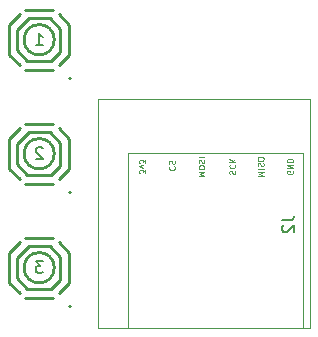
<source format=gbr>
%TF.GenerationSoftware,KiCad,Pcbnew,(6.0.5)*%
%TF.CreationDate,2023-02-05T19:42:52+01:00*%
%TF.ProjectId,PicoMemcard-pico,5069636f-4d65-46d6-9361-72642d706963,1.1.2*%
%TF.SameCoordinates,Original*%
%TF.FileFunction,Legend,Bot*%
%TF.FilePolarity,Positive*%
%FSLAX46Y46*%
G04 Gerber Fmt 4.6, Leading zero omitted, Abs format (unit mm)*
G04 Created by KiCad (PCBNEW (6.0.5)) date 2023-02-05 19:42:52*
%MOMM*%
%LPD*%
G01*
G04 APERTURE LIST*
%ADD10C,0.150000*%
%ADD11C,0.100000*%
%ADD12C,0.120000*%
%ADD13C,0.250000*%
%ADD14C,0.160000*%
G04 APERTURE END LIST*
D10*
%TO.C,J2*%
X159002380Y-117914666D02*
X159716666Y-117914666D01*
X159859523Y-117867047D01*
X159954761Y-117771809D01*
X160002380Y-117628952D01*
X160002380Y-117533714D01*
X159097619Y-118343238D02*
X159050000Y-118390857D01*
X159002380Y-118486095D01*
X159002380Y-118724190D01*
X159050000Y-118819428D01*
X159097619Y-118867047D01*
X159192857Y-118914666D01*
X159288095Y-118914666D01*
X159430952Y-118867047D01*
X160002380Y-118295619D01*
X160002380Y-118914666D01*
D11*
X156923809Y-114133714D02*
X157423809Y-114133714D01*
X157066666Y-113967047D01*
X157423809Y-113800380D01*
X156923809Y-113800380D01*
X156923809Y-113562285D02*
X157423809Y-113562285D01*
X156947619Y-113348000D02*
X156923809Y-113276571D01*
X156923809Y-113157523D01*
X156947619Y-113109904D01*
X156971428Y-113086095D01*
X157019047Y-113062285D01*
X157066666Y-113062285D01*
X157114285Y-113086095D01*
X157138095Y-113109904D01*
X157161904Y-113157523D01*
X157185714Y-113252761D01*
X157209523Y-113300380D01*
X157233333Y-113324190D01*
X157280952Y-113348000D01*
X157328571Y-113348000D01*
X157376190Y-113324190D01*
X157400000Y-113300380D01*
X157423809Y-113252761D01*
X157423809Y-113133714D01*
X157400000Y-113062285D01*
X157423809Y-112752761D02*
X157423809Y-112657523D01*
X157400000Y-112609904D01*
X157352380Y-112562285D01*
X157257142Y-112538476D01*
X157090476Y-112538476D01*
X156995238Y-112562285D01*
X156947619Y-112609904D01*
X156923809Y-112657523D01*
X156923809Y-112752761D01*
X156947619Y-112800380D01*
X156995238Y-112848000D01*
X157090476Y-112871809D01*
X157257142Y-112871809D01*
X157352380Y-112848000D01*
X157400000Y-112800380D01*
X157423809Y-112752761D01*
X147423809Y-113943238D02*
X147423809Y-113633714D01*
X147233333Y-113800380D01*
X147233333Y-113728952D01*
X147209523Y-113681333D01*
X147185714Y-113657523D01*
X147138095Y-113633714D01*
X147019047Y-113633714D01*
X146971428Y-113657523D01*
X146947619Y-113681333D01*
X146923809Y-113728952D01*
X146923809Y-113871809D01*
X146947619Y-113919428D01*
X146971428Y-113943238D01*
X147257142Y-113467047D02*
X146923809Y-113348000D01*
X147257142Y-113228952D01*
X147423809Y-113086095D02*
X147423809Y-112776571D01*
X147233333Y-112943238D01*
X147233333Y-112871809D01*
X147209523Y-112824190D01*
X147185714Y-112800380D01*
X147138095Y-112776571D01*
X147019047Y-112776571D01*
X146971428Y-112800380D01*
X146947619Y-112824190D01*
X146923809Y-112871809D01*
X146923809Y-113014666D01*
X146947619Y-113062285D01*
X146971428Y-113086095D01*
X154547619Y-113990857D02*
X154523809Y-113919428D01*
X154523809Y-113800380D01*
X154547619Y-113752761D01*
X154571428Y-113728952D01*
X154619047Y-113705142D01*
X154666666Y-113705142D01*
X154714285Y-113728952D01*
X154738095Y-113752761D01*
X154761904Y-113800380D01*
X154785714Y-113895619D01*
X154809523Y-113943238D01*
X154833333Y-113967047D01*
X154880952Y-113990857D01*
X154928571Y-113990857D01*
X154976190Y-113967047D01*
X155000000Y-113943238D01*
X155023809Y-113895619D01*
X155023809Y-113776571D01*
X155000000Y-113705142D01*
X154571428Y-113205142D02*
X154547619Y-113228952D01*
X154523809Y-113300380D01*
X154523809Y-113348000D01*
X154547619Y-113419428D01*
X154595238Y-113467047D01*
X154642857Y-113490857D01*
X154738095Y-113514666D01*
X154809523Y-113514666D01*
X154904761Y-113490857D01*
X154952380Y-113467047D01*
X155000000Y-113419428D01*
X155023809Y-113348000D01*
X155023809Y-113300380D01*
X155000000Y-113228952D01*
X154976190Y-113205142D01*
X154523809Y-112990857D02*
X155023809Y-112990857D01*
X154523809Y-112705142D02*
X154809523Y-112919428D01*
X155023809Y-112705142D02*
X154738095Y-112990857D01*
X149471428Y-113331333D02*
X149447619Y-113355142D01*
X149423809Y-113426571D01*
X149423809Y-113474190D01*
X149447619Y-113545619D01*
X149495238Y-113593238D01*
X149542857Y-113617047D01*
X149638095Y-113640857D01*
X149709523Y-113640857D01*
X149804761Y-113617047D01*
X149852380Y-113593238D01*
X149900000Y-113545619D01*
X149923809Y-113474190D01*
X149923809Y-113426571D01*
X149900000Y-113355142D01*
X149876190Y-113331333D01*
X149447619Y-113140857D02*
X149423809Y-113069428D01*
X149423809Y-112950380D01*
X149447619Y-112902761D01*
X149471428Y-112878952D01*
X149519047Y-112855142D01*
X149566666Y-112855142D01*
X149614285Y-112878952D01*
X149638095Y-112902761D01*
X149661904Y-112950380D01*
X149685714Y-113045619D01*
X149709523Y-113093238D01*
X149733333Y-113117047D01*
X149780952Y-113140857D01*
X149828571Y-113140857D01*
X149876190Y-113117047D01*
X149900000Y-113093238D01*
X149923809Y-113045619D01*
X149923809Y-112926571D01*
X149900000Y-112855142D01*
X159900000Y-113728952D02*
X159923809Y-113776571D01*
X159923809Y-113848000D01*
X159900000Y-113919428D01*
X159852380Y-113967047D01*
X159804761Y-113990857D01*
X159709523Y-114014666D01*
X159638095Y-114014666D01*
X159542857Y-113990857D01*
X159495238Y-113967047D01*
X159447619Y-113919428D01*
X159423809Y-113848000D01*
X159423809Y-113800380D01*
X159447619Y-113728952D01*
X159471428Y-113705142D01*
X159638095Y-113705142D01*
X159638095Y-113800380D01*
X159423809Y-113490857D02*
X159923809Y-113490857D01*
X159423809Y-113205142D01*
X159923809Y-113205142D01*
X159423809Y-112967047D02*
X159923809Y-112967047D01*
X159923809Y-112848000D01*
X159900000Y-112776571D01*
X159852380Y-112728952D01*
X159804761Y-112705142D01*
X159709523Y-112681333D01*
X159638095Y-112681333D01*
X159542857Y-112705142D01*
X159495238Y-112728952D01*
X159447619Y-112776571D01*
X159423809Y-112848000D01*
X159423809Y-112967047D01*
X151923809Y-114133714D02*
X152423809Y-114133714D01*
X152066666Y-113967047D01*
X152423809Y-113800380D01*
X151923809Y-113800380D01*
X152423809Y-113467047D02*
X152423809Y-113371809D01*
X152400000Y-113324190D01*
X152352380Y-113276571D01*
X152257142Y-113252761D01*
X152090476Y-113252761D01*
X151995238Y-113276571D01*
X151947619Y-113324190D01*
X151923809Y-113371809D01*
X151923809Y-113467047D01*
X151947619Y-113514666D01*
X151995238Y-113562285D01*
X152090476Y-113586095D01*
X152257142Y-113586095D01*
X152352380Y-113562285D01*
X152400000Y-113514666D01*
X152423809Y-113467047D01*
X151947619Y-113062285D02*
X151923809Y-112990857D01*
X151923809Y-112871809D01*
X151947619Y-112824190D01*
X151971428Y-112800380D01*
X152019047Y-112776571D01*
X152066666Y-112776571D01*
X152114285Y-112800380D01*
X152138095Y-112824190D01*
X152161904Y-112871809D01*
X152185714Y-112967047D01*
X152209523Y-113014666D01*
X152233333Y-113038476D01*
X152280952Y-113062285D01*
X152328571Y-113062285D01*
X152376190Y-113038476D01*
X152400000Y-113014666D01*
X152423809Y-112967047D01*
X152423809Y-112848000D01*
X152400000Y-112776571D01*
X151923809Y-112562285D02*
X152423809Y-112562285D01*
D10*
%TO.C,1*%
X138144285Y-103068380D02*
X138715714Y-103068380D01*
X138430000Y-103068380D02*
X138430000Y-102068380D01*
X138525238Y-102211238D01*
X138620476Y-102306476D01*
X138715714Y-102354095D01*
%TO.C,2*%
X138715714Y-111815619D02*
X138668095Y-111768000D01*
X138572857Y-111720380D01*
X138334761Y-111720380D01*
X138239523Y-111768000D01*
X138191904Y-111815619D01*
X138144285Y-111910857D01*
X138144285Y-112006095D01*
X138191904Y-112148952D01*
X138763333Y-112720380D01*
X138144285Y-112720380D01*
%TO.C,3*%
X138763333Y-121372380D02*
X138144285Y-121372380D01*
X138477619Y-121753333D01*
X138334761Y-121753333D01*
X138239523Y-121800952D01*
X138191904Y-121848571D01*
X138144285Y-121943809D01*
X138144285Y-122181904D01*
X138191904Y-122277142D01*
X138239523Y-122324761D01*
X138334761Y-122372380D01*
X138620476Y-122372380D01*
X138715714Y-122324761D01*
X138763333Y-122277142D01*
D12*
%TO.C,J2*%
X143450000Y-107648000D02*
X161350000Y-107648000D01*
X161350000Y-127048000D02*
X143450000Y-127048000D01*
X143450000Y-107648000D02*
X143450000Y-127048000D01*
X161350000Y-127048000D02*
X161350000Y-107648000D01*
X160750000Y-127048000D02*
X145950000Y-127048000D01*
X145950000Y-127048000D02*
X145950000Y-112248000D01*
X145950000Y-112248000D02*
X160750000Y-112248000D01*
X160750000Y-112248000D02*
X160750000Y-127048000D01*
D13*
%TO.C,1*%
X139600000Y-105166000D02*
X137260000Y-105166000D01*
X136770000Y-100446000D02*
X135880000Y-101336000D01*
X136770000Y-104786000D02*
X135880000Y-103896000D01*
X140980000Y-103896000D02*
X140090000Y-104786000D01*
X140980000Y-101336000D02*
X140090000Y-100446000D01*
X137530000Y-100816000D02*
X136530000Y-101816000D01*
X139330000Y-100816000D02*
X137530000Y-100816000D01*
X140230000Y-103616000D02*
X140230000Y-101716000D01*
X140230000Y-101716000D02*
X139330000Y-100816000D01*
X136530000Y-103516000D02*
X137430000Y-104416000D01*
X139430000Y-104416000D02*
X140230000Y-103616000D01*
X140980000Y-103896000D02*
X140980000Y-101336000D01*
X136530000Y-101816000D02*
X136530000Y-103516000D01*
X139600000Y-100066000D02*
X137260000Y-100066000D01*
X135880000Y-103896000D02*
X135880000Y-101336000D01*
X137430000Y-104416000D02*
X139430000Y-104416000D01*
D14*
X141110000Y-105916000D02*
G75*
G03*
X141110000Y-105916000I-80000J0D01*
G01*
D13*
X139710000Y-102616000D02*
G75*
G03*
X139710000Y-102616000I-1280000J0D01*
G01*
%TO.C,2*%
X137530000Y-110468000D02*
X136530000Y-111468000D01*
X140980000Y-113548000D02*
X140980000Y-110988000D01*
X139430000Y-114068000D02*
X140230000Y-113268000D01*
X140980000Y-113548000D02*
X140090000Y-114438000D01*
X137430000Y-114068000D02*
X139430000Y-114068000D01*
X139600000Y-109718000D02*
X137260000Y-109718000D01*
X136770000Y-114438000D02*
X135880000Y-113548000D01*
X140230000Y-113268000D02*
X140230000Y-111368000D01*
X139330000Y-110468000D02*
X137530000Y-110468000D01*
X136770000Y-110098000D02*
X135880000Y-110988000D01*
X135880000Y-113548000D02*
X135880000Y-110988000D01*
X140230000Y-111368000D02*
X139330000Y-110468000D01*
X136530000Y-113168000D02*
X137430000Y-114068000D01*
X136530000Y-111468000D02*
X136530000Y-113168000D01*
X140980000Y-110988000D02*
X140090000Y-110098000D01*
X139600000Y-114818000D02*
X137260000Y-114818000D01*
X139710000Y-112268000D02*
G75*
G03*
X139710000Y-112268000I-1280000J0D01*
G01*
D14*
X141110000Y-115568000D02*
G75*
G03*
X141110000Y-115568000I-80000J0D01*
G01*
D13*
%TO.C,3*%
X137430000Y-123720000D02*
X139430000Y-123720000D01*
X140230000Y-122920000D02*
X140230000Y-121020000D01*
X135880000Y-123200000D02*
X135880000Y-120640000D01*
X136770000Y-119750000D02*
X135880000Y-120640000D01*
X136530000Y-122820000D02*
X137430000Y-123720000D01*
X140980000Y-123200000D02*
X140090000Y-124090000D01*
X140980000Y-123200000D02*
X140980000Y-120640000D01*
X139600000Y-119370000D02*
X137260000Y-119370000D01*
X139430000Y-123720000D02*
X140230000Y-122920000D01*
X140980000Y-120640000D02*
X140090000Y-119750000D01*
X139330000Y-120120000D02*
X137530000Y-120120000D01*
X136770000Y-124090000D02*
X135880000Y-123200000D01*
X137530000Y-120120000D02*
X136530000Y-121120000D01*
X136530000Y-121120000D02*
X136530000Y-122820000D01*
X139600000Y-124470000D02*
X137260000Y-124470000D01*
X140230000Y-121020000D02*
X139330000Y-120120000D01*
X139710000Y-121920000D02*
G75*
G03*
X139710000Y-121920000I-1280000J0D01*
G01*
D14*
X141110000Y-125220000D02*
G75*
G03*
X141110000Y-125220000I-80000J0D01*
G01*
%TD*%
M02*

</source>
